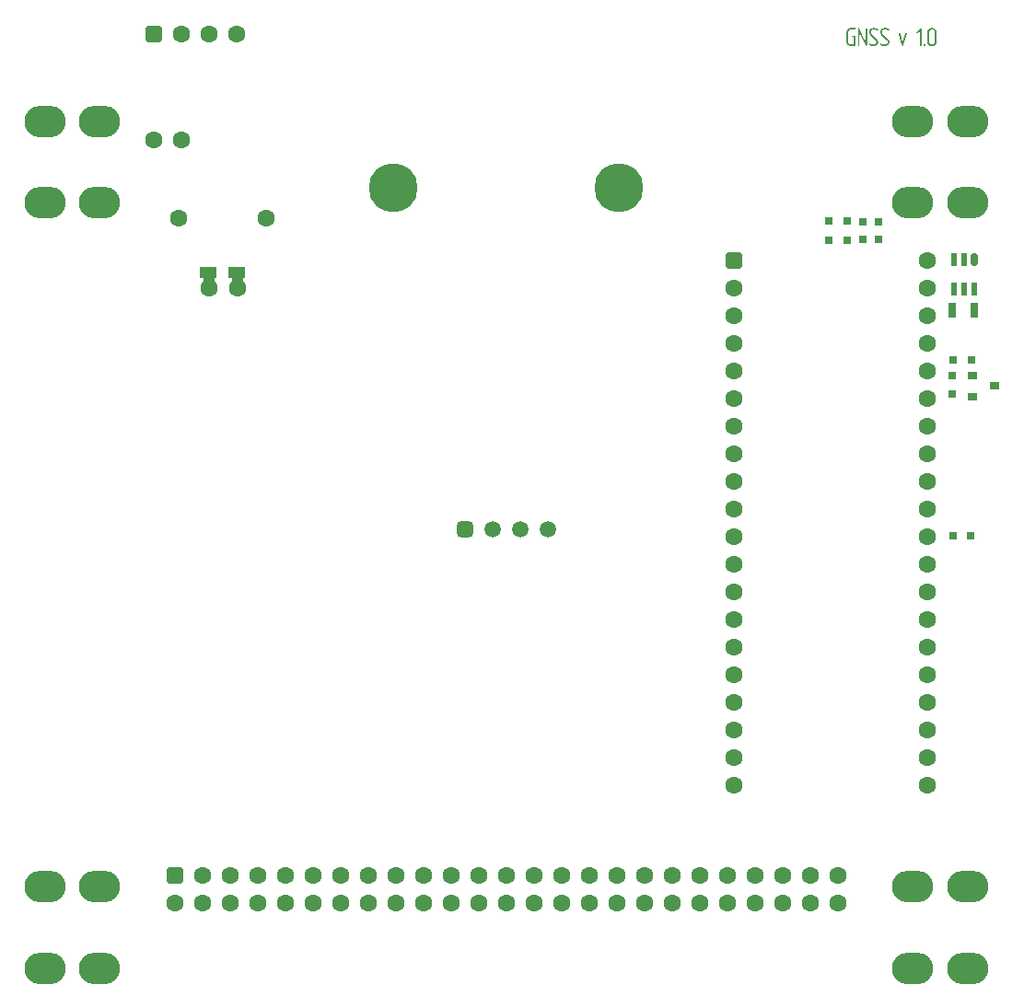
<source format=gts>
G04*
G04 #@! TF.GenerationSoftware,Altium Limited,Altium Designer,22.1.2 (22)*
G04*
G04 Layer_Color=8388736*
%FSAX44Y44*%
%MOMM*%
G71*
G04*
G04 #@! TF.SameCoordinates,D4940EDF-FCE3-461B-A7F8-CC2F5B5D0F8E*
G04*
G04*
G04 #@! TF.FilePolarity,Negative*
G04*
G01*
G75*
%ADD13R,1.5000X1.0000*%
%ADD14R,0.8000X1.4000*%
%ADD15R,0.8000X0.8000*%
%ADD16R,0.8000X0.8000*%
%ADD17R,0.9500X0.8000*%
%ADD18R,0.6000X1.2000*%
G04:AMPARAMS|DCode=19|XSize=0.6mm|YSize=1.2mm|CornerRadius=0.15mm|HoleSize=0mm|Usage=FLASHONLY|Rotation=0.000|XOffset=0mm|YOffset=0mm|HoleType=Round|Shape=RoundedRectangle|*
%AMROUNDEDRECTD19*
21,1,0.6000,0.9000,0,0,0.0*
21,1,0.3000,1.2000,0,0,0.0*
1,1,0.3000,0.1500,-0.4500*
1,1,0.3000,-0.1500,-0.4500*
1,1,0.3000,-0.1500,0.4500*
1,1,0.3000,0.1500,0.4500*
%
%ADD19ROUNDEDRECTD19*%
%ADD20C,1.0000*%
%ADD21C,1.5000*%
G04:AMPARAMS|DCode=22|XSize=1.5mm|YSize=1.5mm|CornerRadius=0.375mm|HoleSize=0mm|Usage=FLASHONLY|Rotation=0.000|XOffset=0mm|YOffset=0mm|HoleType=Round|Shape=RoundedRectangle|*
%AMROUNDEDRECTD22*
21,1,1.5000,0.7500,0,0,0.0*
21,1,0.7500,1.5000,0,0,0.0*
1,1,0.7500,0.3750,-0.3750*
1,1,0.7500,-0.3750,-0.3750*
1,1,0.7500,-0.3750,0.3750*
1,1,0.7500,0.3750,0.3750*
%
%ADD22ROUNDEDRECTD22*%
%ADD23C,1.6000*%
G04:AMPARAMS|DCode=24|XSize=1.6mm|YSize=1.6mm|CornerRadius=0.4mm|HoleSize=0mm|Usage=FLASHONLY|Rotation=0.000|XOffset=0mm|YOffset=0mm|HoleType=Round|Shape=RoundedRectangle|*
%AMROUNDEDRECTD24*
21,1,1.6000,0.8000,0,0,0.0*
21,1,0.8000,1.6000,0,0,0.0*
1,1,0.8000,0.4000,-0.4000*
1,1,0.8000,-0.4000,-0.4000*
1,1,0.8000,-0.4000,0.4000*
1,1,0.8000,0.4000,0.4000*
%
%ADD24ROUNDEDRECTD24*%
%ADD25O,3.8000X2.9000*%
%ADD26C,4.5000*%
G36*
X00819398Y00885214D02*
X00819514D01*
X00819676Y00885191D01*
X00820023Y00885122D01*
X00820440Y00885029D01*
X00820902Y00884867D01*
X00821365Y00884659D01*
X00821851Y00884381D01*
X00821874D01*
X00821920Y00884335D01*
X00822059Y00884220D01*
X00822198Y00884011D01*
X00822244Y00883872D01*
X00822268Y00883710D01*
Y00883687D01*
Y00883664D01*
X00822244Y00883549D01*
X00822152Y00883363D01*
X00822106Y00883271D01*
X00822013Y00883155D01*
X00821967Y00883109D01*
X00821851Y00883039D01*
X00821643Y00882947D01*
X00821527Y00882924D01*
X00821411Y00882901D01*
X00821365D01*
X00821273Y00882924D01*
X00821111Y00882970D01*
X00820949Y00883039D01*
X00820902Y00883063D01*
X00820810Y00883132D01*
X00820625Y00883224D01*
X00820416Y00883340D01*
X00820139Y00883456D01*
X00819838Y00883549D01*
X00819491Y00883618D01*
X00819144Y00883641D01*
X00817316D01*
X00817154Y00883618D01*
X00816945Y00883572D01*
X00816714Y00883479D01*
X00816460Y00883387D01*
X00816228Y00883224D01*
X00815997Y00883016D01*
X00815974Y00882993D01*
X00815904Y00882901D01*
X00815812Y00882785D01*
X00815719Y00882600D01*
X00815627Y00882392D01*
X00815534Y00882137D01*
X00815465Y00881859D01*
X00815441Y00881559D01*
Y00881512D01*
Y00881420D01*
X00815465Y00881258D01*
X00815511Y00881073D01*
X00815580Y00880841D01*
X00815696Y00880610D01*
X00815835Y00880355D01*
X00816020Y00880124D01*
X00821111Y00875010D01*
X00821134Y00874987D01*
X00821157Y00874964D01*
X00821203Y00874894D01*
X00821273Y00874825D01*
X00821458Y00874594D01*
X00821666Y00874293D01*
X00821851Y00873899D01*
X00822036Y00873460D01*
X00822152Y00872974D01*
X00822198Y00872696D01*
Y00872418D01*
Y00872395D01*
Y00872349D01*
Y00872280D01*
X00822175Y00872187D01*
Y00872048D01*
X00822152Y00871909D01*
X00822083Y00871562D01*
X00821944Y00871169D01*
X00821758Y00870752D01*
X00821527Y00870313D01*
X00821365Y00870105D01*
X00821180Y00869896D01*
Y00869873D01*
X00821134Y00869850D01*
X00820995Y00869734D01*
X00820763Y00869549D01*
X00820463Y00869341D01*
X00820069Y00869133D01*
X00819630Y00868971D01*
X00819098Y00868832D01*
X00818820Y00868809D01*
X00818519Y00868785D01*
X00816714D01*
X00816598Y00868809D01*
X00816483D01*
X00816321Y00868832D01*
X00815974Y00868878D01*
X00815557Y00868994D01*
X00815094Y00869133D01*
X00814632Y00869318D01*
X00814169Y00869595D01*
X00814146Y00869619D01*
X00814122Y00869642D01*
X00813984Y00869781D01*
X00813868Y00869989D01*
X00813822Y00870128D01*
X00813799Y00870266D01*
Y00870290D01*
Y00870313D01*
X00813822Y00870452D01*
X00813891Y00870637D01*
X00814007Y00870822D01*
Y00870845D01*
X00814053Y00870868D01*
X00814169Y00870961D01*
X00814354Y00871030D01*
X00814470Y00871076D01*
X00814632D01*
X00814724Y00871053D01*
X00814886Y00871030D01*
X00815048Y00870938D01*
X00815094Y00870914D01*
X00815187Y00870845D01*
X00815349Y00870752D01*
X00815580Y00870660D01*
X00815835Y00870567D01*
X00816159Y00870475D01*
X00816483Y00870405D01*
X00816853Y00870382D01*
X00818681D01*
X00818797Y00870405D01*
X00819051Y00870452D01*
X00819329Y00870544D01*
X00819352D01*
X00819398Y00870567D01*
X00819468Y00870613D01*
X00819560Y00870660D01*
X00819769Y00870799D01*
X00819977Y00870984D01*
X00820000Y00871007D01*
X00820023Y00871030D01*
X00820139Y00871169D01*
X00820278Y00871377D01*
X00820416Y00871632D01*
Y00871655D01*
X00820440Y00871701D01*
X00820463Y00871770D01*
X00820509Y00871863D01*
X00820555Y00872141D01*
X00820578Y00872442D01*
Y00872465D01*
Y00872511D01*
Y00872580D01*
X00820555Y00872696D01*
X00820532Y00872927D01*
X00820440Y00873205D01*
Y00873228D01*
X00820416Y00873275D01*
X00820370Y00873344D01*
X00820324Y00873437D01*
X00820162Y00873668D01*
X00819930Y00873923D01*
X00814863Y00878990D01*
Y00879013D01*
X00814817Y00879036D01*
X00814701Y00879175D01*
X00814539Y00879407D01*
X00814354Y00879707D01*
X00814146Y00880078D01*
X00813984Y00880517D01*
X00813868Y00881026D01*
X00813845Y00881281D01*
X00813822Y00881559D01*
Y00881582D01*
Y00881628D01*
Y00881697D01*
X00813845Y00881813D01*
Y00881952D01*
X00813868Y00882091D01*
X00813937Y00882438D01*
X00814053Y00882854D01*
X00814238Y00883271D01*
X00814470Y00883687D01*
X00814793Y00884081D01*
X00814817Y00884104D01*
X00814840Y00884127D01*
X00814979Y00884266D01*
X00815210Y00884451D01*
X00815511Y00884659D01*
X00815904Y00884867D01*
X00816367Y00885052D01*
X00816876Y00885191D01*
X00817154Y00885214D01*
X00817455Y00885238D01*
X00819283D01*
X00819398Y00885214D01*
D02*
G37*
G36*
X00809124D02*
X00809240D01*
X00809402Y00885191D01*
X00809749Y00885122D01*
X00810166Y00885029D01*
X00810629Y00884867D01*
X00811091Y00884659D01*
X00811577Y00884381D01*
X00811600D01*
X00811647Y00884335D01*
X00811785Y00884220D01*
X00811924Y00884011D01*
X00811971Y00883872D01*
X00811994Y00883710D01*
Y00883687D01*
Y00883664D01*
X00811971Y00883549D01*
X00811878Y00883363D01*
X00811832Y00883271D01*
X00811739Y00883155D01*
X00811693Y00883109D01*
X00811577Y00883039D01*
X00811369Y00882947D01*
X00811253Y00882924D01*
X00811137Y00882901D01*
X00811091D01*
X00810999Y00882924D01*
X00810837Y00882970D01*
X00810675Y00883039D01*
X00810629Y00883063D01*
X00810536Y00883132D01*
X00810351Y00883224D01*
X00810143Y00883340D01*
X00809865Y00883456D01*
X00809564Y00883549D01*
X00809217Y00883618D01*
X00808870Y00883641D01*
X00807042D01*
X00806880Y00883618D01*
X00806672Y00883572D01*
X00806440Y00883479D01*
X00806186Y00883387D01*
X00805954Y00883224D01*
X00805723Y00883016D01*
X00805700Y00882993D01*
X00805630Y00882901D01*
X00805538Y00882785D01*
X00805445Y00882600D01*
X00805353Y00882392D01*
X00805260Y00882137D01*
X00805191Y00881859D01*
X00805168Y00881559D01*
Y00881512D01*
Y00881420D01*
X00805191Y00881258D01*
X00805237Y00881073D01*
X00805306Y00880841D01*
X00805422Y00880610D01*
X00805561Y00880355D01*
X00805746Y00880124D01*
X00810837Y00875010D01*
X00810860Y00874987D01*
X00810883Y00874964D01*
X00810929Y00874894D01*
X00810999Y00874825D01*
X00811184Y00874594D01*
X00811392Y00874293D01*
X00811577Y00873899D01*
X00811762Y00873460D01*
X00811878Y00872974D01*
X00811924Y00872696D01*
Y00872418D01*
Y00872395D01*
Y00872349D01*
Y00872280D01*
X00811901Y00872187D01*
Y00872048D01*
X00811878Y00871909D01*
X00811809Y00871562D01*
X00811670Y00871169D01*
X00811485Y00870752D01*
X00811253Y00870313D01*
X00811091Y00870105D01*
X00810906Y00869896D01*
Y00869873D01*
X00810860Y00869850D01*
X00810721Y00869734D01*
X00810490Y00869549D01*
X00810189Y00869341D01*
X00809795Y00869133D01*
X00809356Y00868971D01*
X00808824Y00868832D01*
X00808546Y00868809D01*
X00808245Y00868785D01*
X00806440D01*
X00806324Y00868809D01*
X00806209D01*
X00806047Y00868832D01*
X00805700Y00868878D01*
X00805283Y00868994D01*
X00804820Y00869133D01*
X00804358Y00869318D01*
X00803895Y00869595D01*
X00803872Y00869619D01*
X00803849Y00869642D01*
X00803710Y00869781D01*
X00803594Y00869989D01*
X00803548Y00870128D01*
X00803525Y00870266D01*
Y00870290D01*
Y00870313D01*
X00803548Y00870452D01*
X00803617Y00870637D01*
X00803733Y00870822D01*
Y00870845D01*
X00803779Y00870868D01*
X00803895Y00870961D01*
X00804080Y00871030D01*
X00804196Y00871076D01*
X00804358D01*
X00804450Y00871053D01*
X00804612Y00871030D01*
X00804774Y00870938D01*
X00804820Y00870914D01*
X00804913Y00870845D01*
X00805075Y00870752D01*
X00805306Y00870660D01*
X00805561Y00870567D01*
X00805885Y00870475D01*
X00806209Y00870405D01*
X00806579Y00870382D01*
X00808407D01*
X00808523Y00870405D01*
X00808777Y00870452D01*
X00809055Y00870544D01*
X00809078D01*
X00809124Y00870567D01*
X00809194Y00870613D01*
X00809286Y00870660D01*
X00809495Y00870799D01*
X00809703Y00870984D01*
X00809726Y00871007D01*
X00809749Y00871030D01*
X00809865Y00871169D01*
X00810004Y00871377D01*
X00810143Y00871632D01*
Y00871655D01*
X00810166Y00871701D01*
X00810189Y00871770D01*
X00810235Y00871863D01*
X00810281Y00872141D01*
X00810304Y00872442D01*
Y00872465D01*
Y00872511D01*
Y00872580D01*
X00810281Y00872696D01*
X00810258Y00872927D01*
X00810166Y00873205D01*
Y00873228D01*
X00810143Y00873275D01*
X00810096Y00873344D01*
X00810050Y00873437D01*
X00809888Y00873668D01*
X00809657Y00873923D01*
X00804589Y00878990D01*
Y00879013D01*
X00804543Y00879036D01*
X00804427Y00879175D01*
X00804265Y00879407D01*
X00804080Y00879707D01*
X00803872Y00880078D01*
X00803710Y00880517D01*
X00803594Y00881026D01*
X00803571Y00881281D01*
X00803548Y00881559D01*
Y00881582D01*
Y00881628D01*
Y00881697D01*
X00803571Y00881813D01*
Y00881952D01*
X00803594Y00882091D01*
X00803663Y00882438D01*
X00803779Y00882854D01*
X00803964Y00883271D01*
X00804196Y00883687D01*
X00804520Y00884081D01*
X00804543Y00884104D01*
X00804566Y00884127D01*
X00804705Y00884266D01*
X00804936Y00884451D01*
X00805237Y00884659D01*
X00805630Y00884867D01*
X00806093Y00885052D01*
X00806602Y00885191D01*
X00806880Y00885214D01*
X00807181Y00885238D01*
X00809009D01*
X00809124Y00885214D01*
D02*
G37*
G36*
X00801095D02*
X00801280Y00885145D01*
X00801465Y00885006D01*
X00801488D01*
X00801512Y00884960D01*
X00801604Y00884844D01*
X00801674Y00884659D01*
X00801720Y00884544D01*
Y00884405D01*
Y00869572D01*
Y00869549D01*
Y00869526D01*
X00801697Y00869364D01*
X00801604Y00869179D01*
X00801558Y00869086D01*
X00801465Y00868994D01*
X00801419Y00868971D01*
X00801303Y00868901D01*
X00801141Y00868809D01*
X00800910Y00868785D01*
X00800817D01*
X00800725Y00868809D01*
X00800632Y00868832D01*
X00800517Y00868878D01*
X00800401Y00868948D01*
X00800285Y00869040D01*
X00800216Y00869156D01*
X00794871Y00881582D01*
Y00869572D01*
Y00869549D01*
X00794847Y00869457D01*
X00794824Y00869318D01*
X00794778Y00869179D01*
X00794662Y00869040D01*
X00794523Y00868901D01*
X00794315Y00868809D01*
X00794037Y00868785D01*
X00793991D01*
X00793829Y00868809D01*
X00793644Y00868878D01*
X00793459Y00868994D01*
X00793436Y00869040D01*
X00793366Y00869156D01*
X00793274Y00869318D01*
X00793251Y00869572D01*
Y00884405D01*
Y00884428D01*
Y00884474D01*
X00793274Y00884613D01*
X00793343Y00884821D01*
X00793459Y00885006D01*
X00793505Y00885052D01*
X00793621Y00885122D01*
X00793806Y00885191D01*
X00794037Y00885238D01*
X00794084D01*
X00794176Y00885214D01*
X00794315Y00885191D01*
X00794454Y00885099D01*
X00794500Y00885076D01*
X00794570Y00885006D01*
X00794662Y00884914D01*
X00794755Y00884752D01*
X00800100Y00872395D01*
Y00884405D01*
Y00884451D01*
X00800123Y00884544D01*
X00800146Y00884659D01*
X00800193Y00884821D01*
X00800308Y00884983D01*
X00800447Y00885099D01*
X00800632Y00885191D01*
X00800910Y00885238D01*
X00800956D01*
X00801095Y00885214D01*
D02*
G37*
G36*
X00837609Y00880633D02*
X00837794Y00880564D01*
X00838002Y00880448D01*
X00838026D01*
X00838049Y00880402D01*
X00838141Y00880309D01*
X00838211Y00880124D01*
X00838257Y00880008D01*
Y00879869D01*
Y00879823D01*
Y00879754D01*
X00838234Y00879661D01*
X00838211Y00879592D01*
X00835365Y00869433D01*
Y00869410D01*
X00835318Y00869341D01*
X00835272Y00869225D01*
X00835202Y00869109D01*
X00835087Y00868971D01*
X00834948Y00868878D01*
X00834763Y00868785D01*
X00834555Y00868762D01*
X00834508D01*
X00834416Y00868785D01*
X00834254Y00868832D01*
X00834092Y00868924D01*
X00834069Y00868948D01*
X00833976Y00869040D01*
X00833907Y00869156D01*
X00833860Y00869271D01*
X00830968Y00879592D01*
Y00879615D01*
X00830945Y00879638D01*
X00830922Y00879731D01*
Y00879869D01*
Y00879892D01*
Y00879939D01*
X00830945Y00880078D01*
X00831014Y00880239D01*
X00831153Y00880425D01*
X00831176D01*
X00831199Y00880471D01*
X00831315Y00880540D01*
X00831500Y00880610D01*
X00831732Y00880656D01*
X00831824D01*
X00831917Y00880633D01*
X00832056Y00880587D01*
X00832171Y00880517D01*
X00832310Y00880402D01*
X00832426Y00880263D01*
X00832518Y00880054D01*
X00834578Y00872002D01*
X00836660Y00880054D01*
Y00880078D01*
X00836683Y00880147D01*
X00836730Y00880239D01*
X00836799Y00880355D01*
X00836892Y00880471D01*
X00837030Y00880564D01*
X00837216Y00880633D01*
X00837424Y00880656D01*
X00837470D01*
X00837609Y00880633D01*
D02*
G37*
G36*
X00862276Y00885214D02*
X00862414Y00885191D01*
X00862576Y00885168D01*
X00862947Y00885053D01*
X00863363Y00884891D01*
X00863595Y00884775D01*
X00863826Y00884636D01*
X00864057Y00884474D01*
X00864289Y00884289D01*
X00864497Y00884081D01*
X00864728Y00883826D01*
X00864752D01*
X00864775Y00883803D01*
X00864890Y00883687D01*
X00865052Y00883502D01*
X00865237Y00883271D01*
X00865399Y00882947D01*
X00865561Y00882553D01*
X00865677Y00882091D01*
X00865723Y00881836D01*
Y00881559D01*
Y00872418D01*
Y00872395D01*
Y00872349D01*
Y00872280D01*
X00865700Y00872164D01*
Y00872048D01*
X00865677Y00871886D01*
X00865584Y00871539D01*
X00865469Y00871123D01*
X00865261Y00870706D01*
X00865006Y00870266D01*
X00864821Y00870058D01*
X00864636Y00869850D01*
X00864613D01*
X00864589Y00869804D01*
X00864520Y00869757D01*
X00864451Y00869688D01*
X00864219Y00869503D01*
X00863919Y00869318D01*
X00863525Y00869133D01*
X00863085Y00868948D01*
X00862576Y00868832D01*
X00862299Y00868809D01*
X00862021Y00868786D01*
X00860748D01*
X00860633Y00868809D01*
X00860494D01*
X00860355Y00868832D01*
X00859985Y00868924D01*
X00859591Y00869040D01*
X00859152Y00869225D01*
X00858712Y00869480D01*
X00858504Y00869642D01*
X00858296Y00869827D01*
Y00869850D01*
X00858249Y00869873D01*
X00858203Y00869942D01*
X00858134Y00870012D01*
X00857972Y00870243D01*
X00857786Y00870544D01*
X00857578Y00870938D01*
X00857416Y00871377D01*
X00857301Y00871863D01*
X00857278Y00872141D01*
X00857254Y00872418D01*
Y00881559D01*
Y00881582D01*
Y00881628D01*
Y00881697D01*
X00857278Y00881813D01*
Y00881952D01*
X00857324Y00882091D01*
X00857393Y00882461D01*
X00857532Y00882878D01*
X00857717Y00883317D01*
X00857995Y00883780D01*
X00858157Y00884011D01*
X00858342Y00884220D01*
X00858365Y00884243D01*
X00858388Y00884266D01*
X00858527Y00884381D01*
X00858735Y00884544D01*
X00859036Y00884729D01*
X00859406Y00884914D01*
X00859846Y00885076D01*
X00860332Y00885191D01*
X00860610Y00885238D01*
X00862183D01*
X00862276Y00885214D01*
D02*
G37*
G36*
X00854778Y00870359D02*
X00854894Y00870336D01*
X00855056Y00870290D01*
X00855218Y00870174D01*
X00855334Y00870035D01*
X00855426Y00869850D01*
X00855473Y00869572D01*
Y00869549D01*
Y00869526D01*
X00855450Y00869387D01*
X00855380Y00869202D01*
X00855241Y00869017D01*
X00855195Y00868971D01*
X00855079Y00868901D01*
X00854894Y00868832D01*
X00854640Y00868785D01*
X00854570D01*
X00854431Y00868809D01*
X00854246Y00868878D01*
X00854061Y00868994D01*
X00854038Y00869040D01*
X00853969Y00869156D01*
X00853876Y00869341D01*
X00853853Y00869572D01*
Y00869595D01*
Y00869619D01*
X00853876Y00869757D01*
X00853945Y00869942D01*
X00854061Y00870128D01*
Y00870151D01*
X00854107Y00870174D01*
X00854223Y00870266D01*
X00854385Y00870336D01*
X00854501Y00870382D01*
X00854686D01*
X00854778Y00870359D01*
D02*
G37*
G36*
X00851354Y00885191D02*
X00851539Y00885122D01*
X00851747Y00884983D01*
X00851770D01*
X00851793Y00884937D01*
X00851886Y00884844D01*
X00851955Y00884659D01*
X00852002Y00884544D01*
Y00884405D01*
Y00869572D01*
Y00869549D01*
Y00869503D01*
X00851979Y00869433D01*
Y00869341D01*
X00851886Y00869156D01*
X00851840Y00869063D01*
X00851747Y00868971D01*
X00851701Y00868948D01*
X00851585Y00868878D01*
X00851423Y00868809D01*
X00851192Y00868785D01*
X00851145D01*
X00850984Y00868809D01*
X00850798Y00868878D01*
X00850613Y00868994D01*
X00850567Y00869040D01*
X00850498Y00869156D01*
X00850428Y00869318D01*
X00850382Y00869572D01*
Y00882831D01*
X00848346Y00880425D01*
X00848299Y00880378D01*
X00848184Y00880309D01*
X00847999Y00880239D01*
X00847767Y00880193D01*
X00847721D01*
X00847582Y00880216D01*
X00847397Y00880286D01*
X00847189Y00880425D01*
X00847142Y00880471D01*
X00847073Y00880587D01*
X00847004Y00880772D01*
X00846957Y00881003D01*
Y00881026D01*
Y00881049D01*
X00846980Y00881188D01*
X00847073Y00881373D01*
X00847119Y00881466D01*
X00847212Y00881559D01*
X00850637Y00884983D01*
X00850683Y00885029D01*
X00850775Y00885099D01*
X00850937Y00885168D01*
X00851169Y00885214D01*
X00851215D01*
X00851354Y00885191D01*
D02*
G37*
G36*
X00790752Y00885214D02*
X00790891Y00885191D01*
X00791052Y00885145D01*
X00791191Y00885029D01*
X00791330Y00884891D01*
X00791423Y00884705D01*
X00791469Y00884428D01*
Y00884405D01*
Y00884381D01*
X00791446Y00884243D01*
X00791376Y00884057D01*
X00791238Y00883872D01*
X00791191Y00883826D01*
X00791076Y00883757D01*
X00790867Y00883687D01*
X00790613Y00883641D01*
X00786471D01*
X00786378Y00883618D01*
X00786124Y00883572D01*
X00785846Y00883479D01*
X00785823D01*
X00785777Y00883456D01*
X00785731Y00883410D01*
X00785638Y00883363D01*
X00785430Y00883224D01*
X00785198Y00883016D01*
Y00882993D01*
X00785152Y00882970D01*
X00785036Y00882831D01*
X00784897Y00882623D01*
X00784759Y00882368D01*
Y00882345D01*
X00784735Y00882299D01*
X00784712Y00882230D01*
X00784689Y00882137D01*
X00784643Y00881882D01*
X00784620Y00881559D01*
Y00872418D01*
Y00872395D01*
Y00872349D01*
Y00872256D01*
X00784643Y00872164D01*
X00784689Y00871886D01*
X00784759Y00871609D01*
Y00871585D01*
X00784782Y00871539D01*
X00784828Y00871470D01*
X00784874Y00871400D01*
X00785013Y00871169D01*
X00785198Y00870961D01*
X00785221D01*
X00785245Y00870914D01*
X00785383Y00870799D01*
X00785592Y00870660D01*
X00785846Y00870521D01*
X00785869D01*
X00785916Y00870498D01*
X00785985Y00870475D01*
X00786077Y00870452D01*
X00786332Y00870405D01*
X00786633Y00870382D01*
X00789849D01*
Y00876769D01*
X00788322D01*
X00788230Y00876792D01*
X00788091Y00876815D01*
X00787952Y00876861D01*
X00787813Y00876977D01*
X00787674Y00877116D01*
X00787582Y00877301D01*
X00787559Y00877579D01*
Y00877602D01*
Y00877625D01*
X00787582Y00877740D01*
X00787628Y00877926D01*
X00787744Y00878111D01*
Y00878134D01*
X00787790Y00878157D01*
X00787906Y00878250D01*
X00788091Y00878319D01*
X00788206Y00878365D01*
X00790659D01*
X00790752Y00878342D01*
X00790891Y00878319D01*
X00791052Y00878273D01*
X00791191Y00878157D01*
X00791330Y00878018D01*
X00791423Y00877833D01*
X00791469Y00877555D01*
Y00869572D01*
Y00869549D01*
X00791446Y00869457D01*
X00791423Y00869318D01*
X00791353Y00869179D01*
X00791261Y00869040D01*
X00791099Y00868901D01*
X00790891Y00868809D01*
X00790613Y00868785D01*
X00786494D01*
X00786378Y00868809D01*
X00786239D01*
X00786101Y00868832D01*
X00785731Y00868924D01*
X00785337Y00869040D01*
X00784897Y00869225D01*
X00784481Y00869480D01*
X00784273Y00869642D01*
X00784064Y00869827D01*
Y00869850D01*
X00784018Y00869873D01*
X00783972Y00869942D01*
X00783902Y00870012D01*
X00783717Y00870243D01*
X00783532Y00870544D01*
X00783347Y00870938D01*
X00783162Y00871377D01*
X00783046Y00871863D01*
X00783023Y00872141D01*
X00783000Y00872418D01*
Y00881559D01*
Y00881582D01*
Y00881628D01*
Y00881697D01*
X00783023Y00881813D01*
Y00881952D01*
X00783046Y00882091D01*
X00783139Y00882438D01*
X00783254Y00882854D01*
X00783440Y00883294D01*
X00783694Y00883734D01*
X00783856Y00883942D01*
X00784041Y00884150D01*
X00784064Y00884173D01*
X00784088Y00884196D01*
X00784157Y00884243D01*
X00784226Y00884312D01*
X00784458Y00884497D01*
X00784759Y00884705D01*
X00785152Y00884891D01*
X00785592Y00885076D01*
X00786077Y00885191D01*
X00786355Y00885238D01*
X00790659D01*
X00790752Y00885214D01*
D02*
G37*
%LPC*%
G36*
X00862021Y00883641D02*
X00860725D01*
X00860633Y00883618D01*
X00860378Y00883572D01*
X00860100Y00883479D01*
X00860077D01*
X00860031Y00883456D01*
X00859985Y00883410D01*
X00859892Y00883363D01*
X00859684Y00883224D01*
X00859453Y00883016D01*
Y00882993D01*
X00859406Y00882970D01*
X00859291Y00882831D01*
X00859152Y00882623D01*
X00859013Y00882368D01*
Y00882345D01*
X00858990Y00882299D01*
X00858967Y00882230D01*
X00858943Y00882137D01*
X00858897Y00881882D01*
X00858874Y00881559D01*
Y00872418D01*
Y00872395D01*
Y00872349D01*
Y00872256D01*
X00858897Y00872164D01*
X00858943Y00871886D01*
X00859013Y00871609D01*
Y00871585D01*
X00859036Y00871539D01*
X00859082Y00871470D01*
X00859129Y00871400D01*
X00859268Y00871169D01*
X00859453Y00870961D01*
X00859476D01*
X00859499Y00870914D01*
X00859638Y00870799D01*
X00859846Y00870660D01*
X00860100Y00870521D01*
X00860124D01*
X00860170Y00870498D01*
X00860239Y00870475D01*
X00860332Y00870452D01*
X00860586Y00870405D01*
X00860887Y00870382D01*
X00862183D01*
X00862345Y00870405D01*
X00862553Y00870452D01*
X00862785Y00870521D01*
X00863016Y00870614D01*
X00863271Y00870752D01*
X00863502Y00870938D01*
X00863525Y00870961D01*
X00863595Y00871053D01*
X00863687Y00871169D01*
X00863803Y00871331D01*
X00863919Y00871562D01*
X00864011Y00871817D01*
X00864081Y00872094D01*
X00864104Y00872418D01*
Y00881559D01*
Y00881582D01*
Y00881628D01*
Y00881697D01*
X00864081Y00881813D01*
X00864034Y00882044D01*
X00863942Y00882322D01*
Y00882345D01*
X00863919Y00882392D01*
X00863872Y00882461D01*
X00863826Y00882553D01*
X00863687Y00882762D01*
X00863479Y00882993D01*
X00863456Y00883016D01*
X00863433Y00883039D01*
X00863294Y00883155D01*
X00863085Y00883317D01*
X00862831Y00883456D01*
X00862808D01*
X00862762Y00883479D01*
X00862692Y00883525D01*
X00862599Y00883549D01*
X00862345Y00883618D01*
X00862021Y00883641D01*
D02*
G37*
%LPD*%
D13*
X00222000Y00660000D02*
D03*
X00196000D02*
D03*
D14*
X00900000Y00626000D02*
D03*
X00880000D02*
D03*
D15*
X00881000Y00580000D02*
D03*
X00897500D02*
D03*
X00783250Y00708000D02*
D03*
X00766750D02*
D03*
X00783250Y00690000D02*
D03*
X00766750D02*
D03*
X00880750Y00418000D02*
D03*
X00897250D02*
D03*
D16*
X00798000Y00690750D02*
D03*
X00798000Y00707250D02*
D03*
X00880000Y00565250D02*
D03*
Y00548750D02*
D03*
X00812000Y00707250D02*
D03*
Y00690750D02*
D03*
D17*
X00899000Y00565500D02*
D03*
X00919000Y00556000D02*
D03*
X00899000Y00546500D02*
D03*
D18*
X00900500Y00645500D02*
D03*
X00891000Y00645500D02*
D03*
X00881500Y00645500D02*
D03*
Y00672500D02*
D03*
X00891000Y00672500D02*
D03*
D19*
X00900500Y00672500D02*
D03*
D20*
X00197000Y00646000D02*
Y00660000D01*
X00223000Y00646000D02*
Y00660000D01*
D21*
X00457300Y00423999D02*
D03*
X00482700D02*
D03*
X00508100D02*
D03*
D22*
X00431900D02*
D03*
D23*
X00171300Y00880000D02*
D03*
X00196700D02*
D03*
X00222100D02*
D03*
X00171300Y00782000D02*
D03*
X00145900D02*
D03*
X00266800Y00105700D02*
D03*
Y00080300D02*
D03*
X00292200Y00105700D02*
D03*
Y00080300D02*
D03*
X00317600Y00105700D02*
D03*
Y00080300D02*
D03*
X00343000Y00105700D02*
D03*
Y00080300D02*
D03*
X00368400Y00105700D02*
D03*
Y00080300D02*
D03*
X00393800Y00105700D02*
D03*
Y00080300D02*
D03*
X00419200Y00105700D02*
D03*
Y00080300D02*
D03*
X00444600Y00105700D02*
D03*
Y00080300D02*
D03*
X00470000Y00105700D02*
D03*
Y00080300D02*
D03*
X00495400Y00105700D02*
D03*
Y00080300D02*
D03*
X00520800Y00105700D02*
D03*
Y00080300D02*
D03*
X00546200Y00105700D02*
D03*
Y00080300D02*
D03*
X00571600Y00105700D02*
D03*
Y00080300D02*
D03*
X00597000Y00105700D02*
D03*
Y00080300D02*
D03*
X00622400Y00105700D02*
D03*
Y00080300D02*
D03*
X00647800Y00105700D02*
D03*
Y00080300D02*
D03*
X00673200Y00105700D02*
D03*
Y00080300D02*
D03*
X00698600Y00105700D02*
D03*
Y00080300D02*
D03*
X00724000Y00105700D02*
D03*
Y00080300D02*
D03*
X00749400Y00105700D02*
D03*
Y00080300D02*
D03*
X00774800Y00105700D02*
D03*
Y00080300D02*
D03*
X00216000Y00105700D02*
D03*
X00190600D02*
D03*
X00216000Y00080300D02*
D03*
X00190600D02*
D03*
X00165200D02*
D03*
X00241400Y00105700D02*
D03*
Y00080300D02*
D03*
X00679100Y00595100D02*
D03*
Y00620500D02*
D03*
Y00468100D02*
D03*
Y00442700D02*
D03*
Y00544300D02*
D03*
Y00493500D02*
D03*
X00679100Y00569700D02*
D03*
Y00518900D02*
D03*
Y00645900D02*
D03*
X00856900Y00620500D02*
D03*
X00679100Y00239500D02*
D03*
Y00214100D02*
D03*
Y00315700D02*
D03*
Y00264900D02*
D03*
Y00391900D02*
D03*
Y00366500D02*
D03*
X00679100Y00417300D02*
D03*
X00856900Y00391900D02*
D03*
X00679100Y00290300D02*
D03*
Y00188700D02*
D03*
Y00341100D02*
D03*
X00856900Y00493500D02*
D03*
Y00366500D02*
D03*
Y00341100D02*
D03*
Y00442700D02*
D03*
Y00417300D02*
D03*
Y00645900D02*
D03*
Y00569700D02*
D03*
Y00671300D02*
D03*
X00856900Y00595100D02*
D03*
X00856900Y00544300D02*
D03*
Y00518900D02*
D03*
X00856900Y00468100D02*
D03*
X00856900Y00214100D02*
D03*
Y00188700D02*
D03*
Y00315700D02*
D03*
Y00290300D02*
D03*
Y00264900D02*
D03*
X00856900Y00239500D02*
D03*
X00197000Y00646000D02*
D03*
X00223000D02*
D03*
X00169000Y00710000D02*
D03*
X00249000D02*
D03*
D24*
X00145900Y00880000D02*
D03*
X00165200Y00105700D02*
D03*
X00679100Y00671300D02*
D03*
D25*
X00046000Y00095500D02*
D03*
Y00020500D02*
D03*
X00096000D02*
D03*
Y00095500D02*
D03*
X00894000Y00020500D02*
D03*
Y00095500D02*
D03*
X00844000D02*
D03*
Y00020500D02*
D03*
X00046000Y00799500D02*
D03*
Y00724500D02*
D03*
X00096000D02*
D03*
Y00799500D02*
D03*
X00894000Y00724500D02*
D03*
Y00799500D02*
D03*
X00844000D02*
D03*
Y00724500D02*
D03*
D26*
X00366500Y00738500D02*
D03*
X00573500D02*
D03*
M02*

</source>
